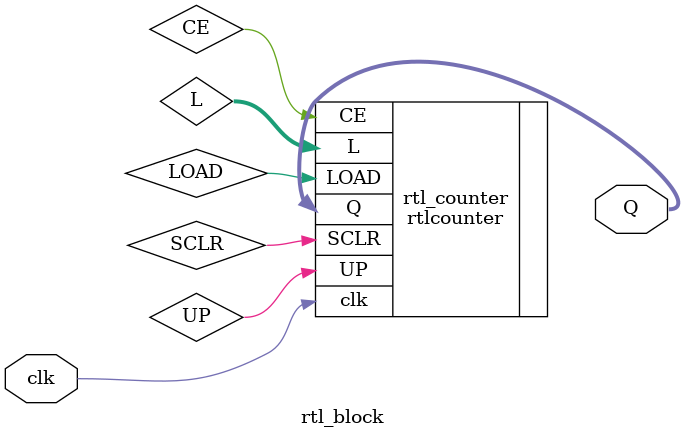
<source format=v>
/*
Copyright (C) 2023, Advanced Micro Devices, Inc. All rights reserved.
SPDX-License-Identifier: MIT
*/


`timescale 1ns / 1ps


module rtl_block(

    input clk,
    output [31:0] Q

    );
    
(* MARK_DEBUG = "TRUE" *) wire [31:0] Q;
(* MARK_DEBUG = "TRUE" *) wire CE;
(* MARK_DEBUG = "TRUE" *) wire SCLR;
(* MARK_DEBUG = "TRUE" *) wire UP;
(* MARK_DEBUG = "TRUE" *) wire LOAD;
(* MARK_DEBUG = "TRUE" *) wire [31:0] L;

    
rtlcounter rtl_counter (
	.clk(clk),
	.CE(CE),
	.SCLR(SCLR),
	.UP(UP),
	.LOAD(LOAD),
	.L(L),
	.Q(Q)
);    

/*  UNCOMMENT AFTER GENERATING VIO IP
axis_vio_0 u_rtl_vio (
  .probe_in0(Q),    // input wire [31 : 0] probe_in0
  .probe_out0(CE),  // output wire [0 : 0] probe_out0
  .probe_out1(SCLR),  // output wire [0 : 0] probe_out1
  .probe_out2(UP),  // output wire [0 : 0] probe_out2
  .probe_out3(LOAD),  // output wire [0 : 0] probe_out3
  .probe_out4(L),  // output wire [31 : 0] probe_out4
  .clk(clk)                // input wire clk
);   
*/ 
    
    
endmodule

</source>
